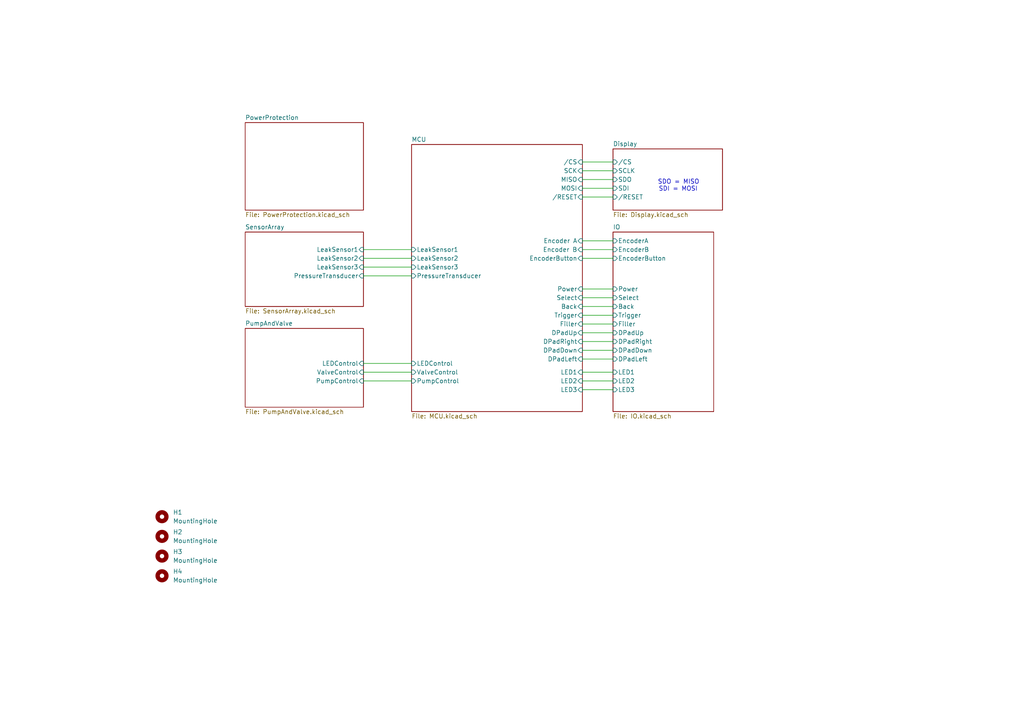
<source format=kicad_sch>
(kicad_sch (version 20250114) (generator "eeschema") (generator_version "9.0")
  (paper "A4")
  (lib_symbols
    (symbol "Mechanical:MountingHole" (pin_names (offset 1.016)) (exclude_from_sim yes) (in_bom no)
      (property "Reference" "H" (at 0 5.08 0))
      (property "Value" "MountingHole" (at 0 3.175 0))
      (symbol "MountingHole_0_1"
        (circle (center 0 0) (radius 1.27) (stroke (width 1.27)))
      )
    )
  )
  (text "SDO = MISO\n" (at 190.754 53.594 0) (effects (font (size 1.27 1.27)) (justify left bottom)))
  (text "SDI = MOSI" (at 191.008 55.626 0) (effects (font (size 1.27 1.27)) (justify left bottom)))
  (wire (pts (xy 105.41 72.39) (xy 119.38 72.39)))
  (wire (pts (xy 168.91 96.52) (xy 177.8 96.52)))
  (wire (pts (xy 168.91 107.95) (xy 177.8 107.95)))
  (wire (pts (xy 168.91 57.15) (xy 177.8 57.15)))
  (wire (pts (xy 168.91 113.03) (xy 177.8 113.03)))
  (wire (pts (xy 168.91 110.49) (xy 177.8 110.49)))
  (wire (pts (xy 168.91 93.98) (xy 177.8 93.98)))
  (wire (pts (xy 168.91 101.6) (xy 177.8 101.6)))
  (wire (pts (xy 105.41 110.49) (xy 119.38 110.49)))
  (wire (pts (xy 168.91 99.06) (xy 177.8 99.06)))
  (wire (pts (xy 168.91 69.85) (xy 177.8 69.85)))
  (wire (pts (xy 168.91 72.39) (xy 177.8 72.39)))
  (wire (pts (xy 105.41 77.47) (xy 119.38 77.47)))
  (wire (pts (xy 105.41 105.41) (xy 119.38 105.41)))
  (wire (pts (xy 168.91 49.53) (xy 177.8 49.53)))
  (wire (pts (xy 105.41 74.93) (xy 119.38 74.93)))
  (wire (pts (xy 168.91 91.44) (xy 177.8 91.44)))
  (wire (pts (xy 168.91 46.99) (xy 177.8 46.99)))
  (wire (pts (xy 105.41 107.95) (xy 119.38 107.95)))
  (wire (pts (xy 105.41 80.01) (xy 119.38 80.01)))
  (wire (pts (xy 168.91 104.14) (xy 177.8 104.14)))
  (wire (pts (xy 168.91 54.61) (xy 177.8 54.61)))
  (wire (pts (xy 168.91 74.93) (xy 177.8 74.93)))
  (wire (pts (xy 168.91 52.07) (xy 177.8 52.07)))
  (wire (pts (xy 168.91 83.82) (xy 177.8 83.82)))
  (wire (pts (xy 168.91 88.9) (xy 177.8 88.9)))
  (wire (pts (xy 177.8 86.36) (xy 168.91 86.36)))
  (symbol (lib_id "Mechanical:MountingHole") (at 46.99 161.29 0) (unit 1)
    (property "Reference" "H3" (at 50.165 160.0199 0) (effects (justify left)))
    (property "Value" "MountingHole" (at 50.165 162.5599 0) (effects (justify left)))
    (property "Footprint" "MountingHole:MountingHole_2.5mm" (effects (hide yes)))
  )
  (symbol (lib_id "Mechanical:MountingHole") (at 46.99 155.575 0) (unit 1)
    (property "Reference" "H2" (at 50.165 154.3049 0) (effects (justify left)))
    (property "Value" "MountingHole" (at 50.165 156.8449 0) (effects (justify left)))
    (property "Footprint" "MountingHole:MountingHole_2.5mm" (effects (hide yes)))
  )
  (symbol (lib_id "Mechanical:MountingHole") (at 46.99 167.005 0) (unit 1)
    (property "Reference" "H4" (at 50.165 165.7349 0) (effects (justify left)))
    (property "Value" "MountingHole" (at 50.165 168.2749 0) (effects (justify left)))
    (property "Footprint" "MountingHole:MountingHole_2.5mm" (effects (hide yes)))
  )
  (symbol (lib_id "Mechanical:MountingHole") (at 46.99 149.86 0) (unit 1)
    (property "Reference" "H1" (at 50.165 148.5899 0) (effects (justify left)))
    (property "Value" "MountingHole" (at 50.165 151.1299 0) (effects (justify left)))
    (property "Footprint" "MountingHole:MountingHole_2.5mm" (effects (hide yes)))
  )
  (sheet (at 71.12 95.25) (size 34.29 22.86) (stroke (width 0.1524))
    (property "Sheetname" "PumpAndValve" (at 71.12 94.5384 0) (effects (justify left bottom)))
    (property "Sheetfile" "PumpAndValve.kicad_sch" (at 71.12 118.6946 0) (effects (justify left top)))
    (pin "ValveControl" input (at 105.41 107.95 0))
    (pin "PumpControl" input (at 105.41 110.49 0))
    (pin "LEDControl" input (at 105.41 105.41 0))
  )
  (sheet (at 119.38 41.91) (size 49.53 77.47) (stroke (width 0.1524))
    (property "Sheetname" "MCU" (at 119.38 41.1984 0) (effects (justify left bottom)))
    (property "Sheetfile" "MCU.kicad_sch" (at 119.38 119.9646 0) (effects (justify left top)))
    (pin "MISO" input (at 168.91 52.07 0))
    (pin "SCK" input (at 168.91 49.53 0))
    (pin "MOSI" input (at 168.91 54.61 0))
    (pin "ValveControl" input (at 119.38 107.95 180))
    (pin "LED1" input (at 168.91 107.95 0))
    (pin "LED3" input (at 168.91 113.03 0))
    (pin "Trigger" input (at 168.91 91.44 0))
    (pin "Filler" input (at 168.91 93.98 0))
    (pin "{slash}CS" input (at 168.91 46.99 0))
    (pin "DPadDown" input (at 168.91 101.6 0))
    (pin "DPadLeft" input (at 168.91 104.14 0))
    (pin "LED2" input (at 168.91 110.49 0))
    (pin "DPadUp" input (at 168.91 96.52 0))
    (pin "{slash}RESET" input (at 168.91 57.15 0))
    (pin "PumpControl" input (at 119.38 110.49 180))
    (pin "DPadRight" input (at 168.91 99.06 0))
    (pin "Back" input (at 168.91 88.9 0))
    (pin "Power" input (at 168.91 83.82 0))
    (pin "Select" input (at 168.91 86.36 0))
    (pin "Encoder A" input (at 168.91 69.85 0))
    (pin "Encoder B" input (at 168.91 72.39 0))
    (pin "EncoderButton" input (at 168.91 74.93 0))
    (pin "LeakSensor1" input (at 119.38 72.39 180))
    (pin "LeakSensor2" input (at 119.38 74.93 180))
    (pin "LeakSensor3" input (at 119.38 77.47 180))
    (pin "LEDControl" input (at 119.38 105.41 180))
    (pin "PressureTransducer" input (at 119.38 80.01 180))
  )
  (sheet (at 71.12 67.31) (size 34.29 21.59) (stroke (width 0.1524))
    (property "Sheetname" "SensorArray" (at 71.12 66.5984 0) (effects (justify left bottom)))
    (property "Sheetfile" "SensorArray.kicad_sch" (at 71.12 89.4846 0) (effects (justify left top)))
    (pin "LeakSensor1" input (at 105.41 72.39 0))
    (pin "LeakSensor2" input (at 105.41 74.93 0))
    (pin "LeakSensor3" input (at 105.41 77.47 0))
    (pin "PressureTransducer" input (at 105.41 80.01 0))
  )
  (sheet (at 177.8 43.18) (size 31.75 17.78) (stroke (width 0.1524))
    (property "Sheetname" "Display" (at 177.8 42.4684 0) (effects (justify left bottom)))
    (property "Sheetfile" "Display.kicad_sch" (at 177.8 61.5446 0) (effects (justify left top)))
    (pin "{slash}CS" input (at 177.8 46.99 180))
    (pin "{slash}RESET" input (at 177.8 57.15 180))
    (pin "SDO" input (at 177.8 52.07 180))
    (pin "SCLK" input (at 177.8 49.53 180))
    (pin "SDI" input (at 177.8 54.61 180))
  )
  (sheet (at 71.12 35.56) (size 34.29 25.4) (stroke (width 0.1524))
    (property "Sheetname" "PowerProtection" (at 71.12 34.8484 0) (effects (justify left bottom)))
    (property "Sheetfile" "PowerProtection.kicad_sch" (at 71.12 61.5446 0) (effects (justify left top)))
  )
  (sheet (at 177.8 67.31) (size 29.21 52.07) (stroke (width 0.1524))
    (property "Sheetname" "IO" (at 177.8 66.5984 0) (effects (justify left bottom)))
    (property "Sheetfile" "IO.kicad_sch" (at 177.8 119.9646 0) (effects (justify left top)))
    (pin "DPadUp" input (at 177.8 96.52 180))
    (pin "DPadRight" input (at 177.8 99.06 180))
    (pin "DPadDown" input (at 177.8 101.6 180))
    (pin "DPadLeft" input (at 177.8 104.14 180))
    (pin "LED3" input (at 177.8 113.03 180))
    (pin "LED1" input (at 177.8 107.95 180))
    (pin "LED2" input (at 177.8 110.49 180))
    (pin "Trigger" input (at 177.8 91.44 180))
    (pin "Filler" input (at 177.8 93.98 180))
    (pin "Back" input (at 177.8 88.9 180))
    (pin "Power" input (at 177.8 83.82 180))
    (pin "Select" input (at 177.8 86.36 180))
    (pin "EncoderA" input (at 177.8 69.85 180))
    (pin "EncoderB" input (at 177.8 72.39 180))
    (pin "EncoderButton" input (at 177.8 74.93 180))
  )
)
</source>
